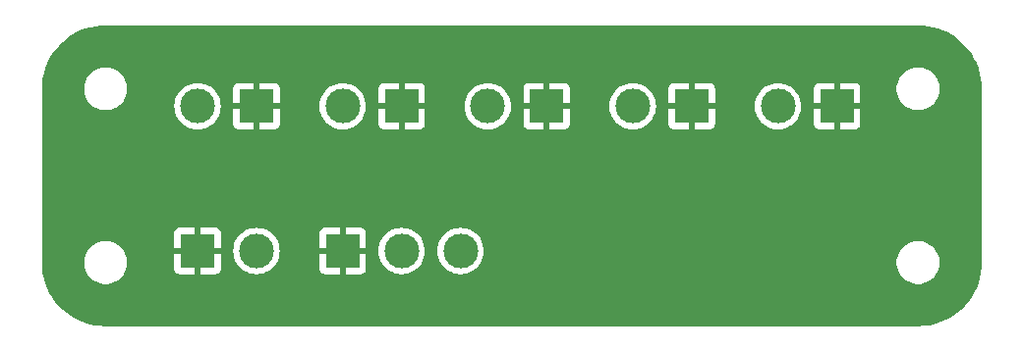
<source format=gbr>
%TF.GenerationSoftware,KiCad,Pcbnew,8.0.1*%
%TF.CreationDate,2024-04-17T01:34:18+02:00*%
%TF.ProjectId,PowerDistributionBoard,506f7765-7244-4697-9374-726962757469,rev?*%
%TF.SameCoordinates,Original*%
%TF.FileFunction,Copper,L2,Bot*%
%TF.FilePolarity,Positive*%
%FSLAX46Y46*%
G04 Gerber Fmt 4.6, Leading zero omitted, Abs format (unit mm)*
G04 Created by KiCad (PCBNEW 8.0.1) date 2024-04-17 01:34:18*
%MOMM*%
%LPD*%
G01*
G04 APERTURE LIST*
%TA.AperFunction,ComponentPad*%
%ADD10R,3.000000X3.000000*%
%TD*%
%TA.AperFunction,ComponentPad*%
%ADD11C,3.000000*%
%TD*%
G04 APERTURE END LIST*
D10*
%TO.P,J7,1,Pin_1*%
%TO.N,GND*%
X147420000Y-50000000D03*
D11*
%TO.P,J7,2,Pin_2*%
%TO.N,+12V*%
X152500000Y-50000000D03*
%TO.P,J7,3,Pin_3*%
X157580000Y-50000000D03*
%TD*%
D10*
%TO.P,J6,1,Pin_1*%
%TO.N,GND*%
X134920000Y-50000000D03*
D11*
%TO.P,J6,2,Pin_2*%
%TO.N,+12V*%
X140000000Y-50000000D03*
%TD*%
D10*
%TO.P,J2,1,Pin_1*%
%TO.N,GND*%
X152500000Y-37500000D03*
D11*
%TO.P,J2,2,Pin_2*%
%TO.N,+12V*%
X147420000Y-37500000D03*
%TD*%
D10*
%TO.P,J1,1,Pin_1*%
%TO.N,GND*%
X140000000Y-37500000D03*
D11*
%TO.P,J1,2,Pin_2*%
%TO.N,+12V*%
X134920000Y-37500000D03*
%TD*%
D10*
%TO.P,J3,1,Pin_1*%
%TO.N,GND*%
X165000000Y-37500000D03*
D11*
%TO.P,J3,2,Pin_2*%
%TO.N,+12V*%
X159920000Y-37500000D03*
%TD*%
D10*
%TO.P,J4,1,Pin_1*%
%TO.N,GND*%
X177500000Y-37500000D03*
D11*
%TO.P,J4,2,Pin_2*%
%TO.N,+12V*%
X172420000Y-37500000D03*
%TD*%
D10*
%TO.P,J5,1,Pin_1*%
%TO.N,GND*%
X190000000Y-37500000D03*
D11*
%TO.P,J5,2,Pin_2*%
%TO.N,+12V*%
X184920000Y-37500000D03*
%TD*%
%TA.AperFunction,Conductor*%
%TO.N,GND*%
G36*
X197002562Y-30500605D02*
G01*
X197449036Y-30519072D01*
X197459209Y-30519915D01*
X197900114Y-30574873D01*
X197910194Y-30576555D01*
X198345042Y-30667733D01*
X198354950Y-30670242D01*
X198780786Y-30797019D01*
X198790454Y-30800338D01*
X199131430Y-30933388D01*
X199204339Y-30961838D01*
X199213724Y-30965954D01*
X199612869Y-31161083D01*
X199621877Y-31165958D01*
X200003544Y-31393383D01*
X200012123Y-31398989D01*
X200373693Y-31657144D01*
X200381775Y-31663435D01*
X200720796Y-31950571D01*
X200728336Y-31957512D01*
X201042487Y-32271663D01*
X201049428Y-32279203D01*
X201336564Y-32618224D01*
X201342859Y-32626312D01*
X201601010Y-32987876D01*
X201606616Y-32996455D01*
X201834041Y-33378122D01*
X201838919Y-33387136D01*
X202034045Y-33786275D01*
X202038161Y-33795660D01*
X202199656Y-34209533D01*
X202202984Y-34219226D01*
X202329753Y-34645036D01*
X202332269Y-34654971D01*
X202423441Y-35089791D01*
X202425128Y-35099900D01*
X202480082Y-35540769D01*
X202480928Y-35550983D01*
X202499394Y-35997437D01*
X202499500Y-36002561D01*
X202499500Y-50997438D01*
X202499394Y-51002562D01*
X202480928Y-51449016D01*
X202480082Y-51459230D01*
X202425128Y-51900099D01*
X202423441Y-51910208D01*
X202332269Y-52345028D01*
X202329753Y-52354963D01*
X202202984Y-52780773D01*
X202199656Y-52790466D01*
X202038161Y-53204339D01*
X202034045Y-53213724D01*
X201838919Y-53612863D01*
X201834041Y-53621877D01*
X201606616Y-54003544D01*
X201601010Y-54012123D01*
X201342859Y-54373687D01*
X201336564Y-54381775D01*
X201049428Y-54720796D01*
X201042487Y-54728336D01*
X200728336Y-55042487D01*
X200720796Y-55049428D01*
X200381775Y-55336564D01*
X200373687Y-55342859D01*
X200012123Y-55601010D01*
X200003544Y-55606616D01*
X199621877Y-55834041D01*
X199612863Y-55838919D01*
X199213724Y-56034045D01*
X199204339Y-56038161D01*
X198790466Y-56199656D01*
X198780773Y-56202984D01*
X198354963Y-56329753D01*
X198345028Y-56332269D01*
X197910208Y-56423441D01*
X197900099Y-56425128D01*
X197459230Y-56480082D01*
X197449016Y-56480928D01*
X197002563Y-56499394D01*
X196997439Y-56499500D01*
X127002561Y-56499500D01*
X126997437Y-56499394D01*
X126550983Y-56480928D01*
X126540769Y-56480082D01*
X126099900Y-56425128D01*
X126089791Y-56423441D01*
X125654971Y-56332269D01*
X125645036Y-56329753D01*
X125219226Y-56202984D01*
X125209533Y-56199656D01*
X124795660Y-56038161D01*
X124786275Y-56034045D01*
X124387136Y-55838919D01*
X124378122Y-55834041D01*
X123996455Y-55606616D01*
X123987876Y-55601010D01*
X123626312Y-55342859D01*
X123618224Y-55336564D01*
X123279203Y-55049428D01*
X123271663Y-55042487D01*
X122957512Y-54728336D01*
X122950571Y-54720796D01*
X122663435Y-54381775D01*
X122657140Y-54373687D01*
X122398989Y-54012123D01*
X122393383Y-54003544D01*
X122165958Y-53621877D01*
X122161080Y-53612863D01*
X121965954Y-53213724D01*
X121961838Y-53204339D01*
X121811414Y-52818838D01*
X121800338Y-52790454D01*
X121797019Y-52780786D01*
X121670242Y-52354950D01*
X121667733Y-52345042D01*
X121576555Y-51910194D01*
X121574873Y-51900114D01*
X121519915Y-51459209D01*
X121519072Y-51449036D01*
X121505516Y-51121288D01*
X125149500Y-51121288D01*
X125181161Y-51361785D01*
X125243947Y-51596104D01*
X125298719Y-51728334D01*
X125336776Y-51820212D01*
X125458064Y-52030289D01*
X125458066Y-52030292D01*
X125458067Y-52030293D01*
X125605733Y-52222736D01*
X125605739Y-52222743D01*
X125777256Y-52394260D01*
X125777262Y-52394265D01*
X125969711Y-52541936D01*
X126179788Y-52663224D01*
X126403900Y-52756054D01*
X126638211Y-52818838D01*
X126818586Y-52842584D01*
X126878711Y-52850500D01*
X126878712Y-52850500D01*
X127121289Y-52850500D01*
X127169388Y-52844167D01*
X127361789Y-52818838D01*
X127596100Y-52756054D01*
X127820212Y-52663224D01*
X128030289Y-52541936D01*
X128222738Y-52394265D01*
X128394265Y-52222738D01*
X128541936Y-52030289D01*
X128663224Y-51820212D01*
X128756054Y-51596100D01*
X128768984Y-51547844D01*
X132920000Y-51547844D01*
X132926401Y-51607372D01*
X132926403Y-51607379D01*
X132976645Y-51742086D01*
X132976649Y-51742093D01*
X133062809Y-51857187D01*
X133062812Y-51857190D01*
X133177906Y-51943350D01*
X133177913Y-51943354D01*
X133312620Y-51993596D01*
X133312627Y-51993598D01*
X133372155Y-51999999D01*
X133372172Y-52000000D01*
X134670000Y-52000000D01*
X134670000Y-50719064D01*
X134698316Y-50730793D01*
X134845147Y-50760000D01*
X134994853Y-50760000D01*
X135141684Y-50730793D01*
X135170000Y-50719064D01*
X135170000Y-52000000D01*
X136467828Y-52000000D01*
X136467844Y-51999999D01*
X136527372Y-51993598D01*
X136527379Y-51993596D01*
X136662086Y-51943354D01*
X136662093Y-51943350D01*
X136777187Y-51857190D01*
X136777190Y-51857187D01*
X136863350Y-51742093D01*
X136863354Y-51742086D01*
X136913596Y-51607379D01*
X136913598Y-51607372D01*
X136919999Y-51547844D01*
X136920000Y-51547827D01*
X136920000Y-50250000D01*
X135639064Y-50250000D01*
X135650793Y-50221684D01*
X135680000Y-50074853D01*
X135680000Y-50000001D01*
X137994390Y-50000001D01*
X138014804Y-50285433D01*
X138075628Y-50565037D01*
X138075630Y-50565043D01*
X138075631Y-50565046D01*
X138137452Y-50730793D01*
X138175635Y-50833166D01*
X138312770Y-51084309D01*
X138312775Y-51084317D01*
X138484254Y-51313387D01*
X138484270Y-51313405D01*
X138686594Y-51515729D01*
X138686612Y-51515745D01*
X138915682Y-51687224D01*
X138915690Y-51687229D01*
X139166833Y-51824364D01*
X139166832Y-51824364D01*
X139166836Y-51824365D01*
X139166839Y-51824367D01*
X139434954Y-51924369D01*
X139434960Y-51924370D01*
X139434962Y-51924371D01*
X139714566Y-51985195D01*
X139714568Y-51985195D01*
X139714572Y-51985196D01*
X139968220Y-52003337D01*
X139999999Y-52005610D01*
X140000000Y-52005610D01*
X140000001Y-52005610D01*
X140028595Y-52003564D01*
X140285428Y-51985196D01*
X140565046Y-51924369D01*
X140833161Y-51824367D01*
X141084315Y-51687226D01*
X141270508Y-51547844D01*
X145420000Y-51547844D01*
X145426401Y-51607372D01*
X145426403Y-51607379D01*
X145476645Y-51742086D01*
X145476649Y-51742093D01*
X145562809Y-51857187D01*
X145562812Y-51857190D01*
X145677906Y-51943350D01*
X145677913Y-51943354D01*
X145812620Y-51993596D01*
X145812627Y-51993598D01*
X145872155Y-51999999D01*
X145872172Y-52000000D01*
X147170000Y-52000000D01*
X147170000Y-50719064D01*
X147198316Y-50730793D01*
X147345147Y-50760000D01*
X147494853Y-50760000D01*
X147641684Y-50730793D01*
X147670000Y-50719064D01*
X147670000Y-52000000D01*
X148967828Y-52000000D01*
X148967844Y-51999999D01*
X149027372Y-51993598D01*
X149027379Y-51993596D01*
X149162086Y-51943354D01*
X149162093Y-51943350D01*
X149277187Y-51857190D01*
X149277190Y-51857187D01*
X149363350Y-51742093D01*
X149363354Y-51742086D01*
X149413596Y-51607379D01*
X149413598Y-51607372D01*
X149419999Y-51547844D01*
X149420000Y-51547827D01*
X149420000Y-50250000D01*
X148139064Y-50250000D01*
X148150793Y-50221684D01*
X148180000Y-50074853D01*
X148180000Y-50000001D01*
X150494390Y-50000001D01*
X150514804Y-50285433D01*
X150575628Y-50565037D01*
X150575630Y-50565043D01*
X150575631Y-50565046D01*
X150637452Y-50730793D01*
X150675635Y-50833166D01*
X150812770Y-51084309D01*
X150812775Y-51084317D01*
X150984254Y-51313387D01*
X150984270Y-51313405D01*
X151186594Y-51515729D01*
X151186612Y-51515745D01*
X151415682Y-51687224D01*
X151415690Y-51687229D01*
X151666833Y-51824364D01*
X151666832Y-51824364D01*
X151666836Y-51824365D01*
X151666839Y-51824367D01*
X151934954Y-51924369D01*
X151934960Y-51924370D01*
X151934962Y-51924371D01*
X152214566Y-51985195D01*
X152214568Y-51985195D01*
X152214572Y-51985196D01*
X152468220Y-52003337D01*
X152499999Y-52005610D01*
X152500000Y-52005610D01*
X152500001Y-52005610D01*
X152528595Y-52003564D01*
X152785428Y-51985196D01*
X153065046Y-51924369D01*
X153333161Y-51824367D01*
X153584315Y-51687226D01*
X153813395Y-51515739D01*
X154015739Y-51313395D01*
X154187226Y-51084315D01*
X154324367Y-50833161D01*
X154424369Y-50565046D01*
X154485196Y-50285428D01*
X154505610Y-50000001D01*
X155574390Y-50000001D01*
X155594804Y-50285433D01*
X155655628Y-50565037D01*
X155655630Y-50565043D01*
X155655631Y-50565046D01*
X155717452Y-50730793D01*
X155755635Y-50833166D01*
X155892770Y-51084309D01*
X155892775Y-51084317D01*
X156064254Y-51313387D01*
X156064270Y-51313405D01*
X156266594Y-51515729D01*
X156266612Y-51515745D01*
X156495682Y-51687224D01*
X156495690Y-51687229D01*
X156746833Y-51824364D01*
X156746832Y-51824364D01*
X156746836Y-51824365D01*
X156746839Y-51824367D01*
X157014954Y-51924369D01*
X157014960Y-51924370D01*
X157014962Y-51924371D01*
X157294566Y-51985195D01*
X157294568Y-51985195D01*
X157294572Y-51985196D01*
X157548220Y-52003337D01*
X157579999Y-52005610D01*
X157580000Y-52005610D01*
X157580001Y-52005610D01*
X157608595Y-52003564D01*
X157865428Y-51985196D01*
X158145046Y-51924369D01*
X158413161Y-51824367D01*
X158664315Y-51687226D01*
X158893395Y-51515739D01*
X159095739Y-51313395D01*
X159239548Y-51121288D01*
X195149500Y-51121288D01*
X195181161Y-51361785D01*
X195243947Y-51596104D01*
X195298719Y-51728334D01*
X195336776Y-51820212D01*
X195458064Y-52030289D01*
X195458066Y-52030292D01*
X195458067Y-52030293D01*
X195605733Y-52222736D01*
X195605739Y-52222743D01*
X195777256Y-52394260D01*
X195777262Y-52394265D01*
X195969711Y-52541936D01*
X196179788Y-52663224D01*
X196403900Y-52756054D01*
X196638211Y-52818838D01*
X196818586Y-52842584D01*
X196878711Y-52850500D01*
X196878712Y-52850500D01*
X197121289Y-52850500D01*
X197169388Y-52844167D01*
X197361789Y-52818838D01*
X197596100Y-52756054D01*
X197820212Y-52663224D01*
X198030289Y-52541936D01*
X198222738Y-52394265D01*
X198394265Y-52222738D01*
X198541936Y-52030289D01*
X198663224Y-51820212D01*
X198756054Y-51596100D01*
X198818838Y-51361789D01*
X198850500Y-51121288D01*
X198850500Y-50878712D01*
X198818838Y-50638211D01*
X198756054Y-50403900D01*
X198663224Y-50179788D01*
X198541936Y-49969711D01*
X198394265Y-49777262D01*
X198394260Y-49777256D01*
X198222743Y-49605739D01*
X198222736Y-49605733D01*
X198030293Y-49458067D01*
X198030292Y-49458066D01*
X198030289Y-49458064D01*
X197820212Y-49336776D01*
X197820205Y-49336773D01*
X197596104Y-49243947D01*
X197361785Y-49181161D01*
X197121289Y-49149500D01*
X197121288Y-49149500D01*
X196878712Y-49149500D01*
X196878711Y-49149500D01*
X196638214Y-49181161D01*
X196403895Y-49243947D01*
X196179794Y-49336773D01*
X196179785Y-49336777D01*
X195969706Y-49458067D01*
X195777263Y-49605733D01*
X195777256Y-49605739D01*
X195605739Y-49777256D01*
X195605733Y-49777263D01*
X195458067Y-49969706D01*
X195336777Y-50179785D01*
X195336773Y-50179794D01*
X195243947Y-50403895D01*
X195181161Y-50638214D01*
X195149500Y-50878711D01*
X195149500Y-51121288D01*
X159239548Y-51121288D01*
X159267226Y-51084315D01*
X159404367Y-50833161D01*
X159504369Y-50565046D01*
X159565196Y-50285428D01*
X159585610Y-50000000D01*
X159565196Y-49714572D01*
X159509396Y-49458064D01*
X159504371Y-49434962D01*
X159504370Y-49434960D01*
X159504369Y-49434954D01*
X159404367Y-49166839D01*
X159267226Y-48915685D01*
X159267224Y-48915682D01*
X159095745Y-48686612D01*
X159095729Y-48686594D01*
X158893405Y-48484270D01*
X158893387Y-48484254D01*
X158664317Y-48312775D01*
X158664309Y-48312770D01*
X158413166Y-48175635D01*
X158413167Y-48175635D01*
X158305915Y-48135632D01*
X158145046Y-48075631D01*
X158145043Y-48075630D01*
X158145037Y-48075628D01*
X157865433Y-48014804D01*
X157580001Y-47994390D01*
X157579999Y-47994390D01*
X157294566Y-48014804D01*
X157014962Y-48075628D01*
X156746833Y-48175635D01*
X156495690Y-48312770D01*
X156495682Y-48312775D01*
X156266612Y-48484254D01*
X156266594Y-48484270D01*
X156064270Y-48686594D01*
X156064254Y-48686612D01*
X155892775Y-48915682D01*
X155892770Y-48915690D01*
X155755635Y-49166833D01*
X155655628Y-49434962D01*
X155594804Y-49714566D01*
X155574390Y-49999998D01*
X155574390Y-50000001D01*
X154505610Y-50000001D01*
X154505610Y-50000000D01*
X154485196Y-49714572D01*
X154429396Y-49458064D01*
X154424371Y-49434962D01*
X154424370Y-49434960D01*
X154424369Y-49434954D01*
X154324367Y-49166839D01*
X154187226Y-48915685D01*
X154187224Y-48915682D01*
X154015745Y-48686612D01*
X154015729Y-48686594D01*
X153813405Y-48484270D01*
X153813387Y-48484254D01*
X153584317Y-48312775D01*
X153584309Y-48312770D01*
X153333166Y-48175635D01*
X153333167Y-48175635D01*
X153225915Y-48135632D01*
X153065046Y-48075631D01*
X153065043Y-48075630D01*
X153065037Y-48075628D01*
X152785433Y-48014804D01*
X152500001Y-47994390D01*
X152499999Y-47994390D01*
X152214566Y-48014804D01*
X151934962Y-48075628D01*
X151666833Y-48175635D01*
X151415690Y-48312770D01*
X151415682Y-48312775D01*
X151186612Y-48484254D01*
X151186594Y-48484270D01*
X150984270Y-48686594D01*
X150984254Y-48686612D01*
X150812775Y-48915682D01*
X150812770Y-48915690D01*
X150675635Y-49166833D01*
X150575628Y-49434962D01*
X150514804Y-49714566D01*
X150494390Y-49999998D01*
X150494390Y-50000001D01*
X148180000Y-50000001D01*
X148180000Y-49925147D01*
X148150793Y-49778316D01*
X148139064Y-49750000D01*
X149420000Y-49750000D01*
X149420000Y-48452172D01*
X149419999Y-48452155D01*
X149413598Y-48392627D01*
X149413596Y-48392620D01*
X149363354Y-48257913D01*
X149363350Y-48257906D01*
X149277190Y-48142812D01*
X149277187Y-48142809D01*
X149162093Y-48056649D01*
X149162086Y-48056645D01*
X149027379Y-48006403D01*
X149027372Y-48006401D01*
X148967844Y-48000000D01*
X147670000Y-48000000D01*
X147670000Y-49280935D01*
X147641684Y-49269207D01*
X147494853Y-49240000D01*
X147345147Y-49240000D01*
X147198316Y-49269207D01*
X147170000Y-49280935D01*
X147170000Y-48000000D01*
X145872155Y-48000000D01*
X145812627Y-48006401D01*
X145812620Y-48006403D01*
X145677913Y-48056645D01*
X145677906Y-48056649D01*
X145562812Y-48142809D01*
X145562809Y-48142812D01*
X145476649Y-48257906D01*
X145476645Y-48257913D01*
X145426403Y-48392620D01*
X145426401Y-48392627D01*
X145420000Y-48452155D01*
X145420000Y-49750000D01*
X146700936Y-49750000D01*
X146689207Y-49778316D01*
X146660000Y-49925147D01*
X146660000Y-50074853D01*
X146689207Y-50221684D01*
X146700936Y-50250000D01*
X145420000Y-50250000D01*
X145420000Y-51547844D01*
X141270508Y-51547844D01*
X141313395Y-51515739D01*
X141515739Y-51313395D01*
X141687226Y-51084315D01*
X141824367Y-50833161D01*
X141924369Y-50565046D01*
X141985196Y-50285428D01*
X142005610Y-50000000D01*
X141985196Y-49714572D01*
X141929396Y-49458064D01*
X141924371Y-49434962D01*
X141924370Y-49434960D01*
X141924369Y-49434954D01*
X141824367Y-49166839D01*
X141687226Y-48915685D01*
X141687224Y-48915682D01*
X141515745Y-48686612D01*
X141515729Y-48686594D01*
X141313405Y-48484270D01*
X141313387Y-48484254D01*
X141084317Y-48312775D01*
X141084309Y-48312770D01*
X140833166Y-48175635D01*
X140833167Y-48175635D01*
X140725915Y-48135632D01*
X140565046Y-48075631D01*
X140565043Y-48075630D01*
X140565037Y-48075628D01*
X140285433Y-48014804D01*
X140000001Y-47994390D01*
X139999999Y-47994390D01*
X139714566Y-48014804D01*
X139434962Y-48075628D01*
X139166833Y-48175635D01*
X138915690Y-48312770D01*
X138915682Y-48312775D01*
X138686612Y-48484254D01*
X138686594Y-48484270D01*
X138484270Y-48686594D01*
X138484254Y-48686612D01*
X138312775Y-48915682D01*
X138312770Y-48915690D01*
X138175635Y-49166833D01*
X138075628Y-49434962D01*
X138014804Y-49714566D01*
X137994390Y-49999998D01*
X137994390Y-50000001D01*
X135680000Y-50000001D01*
X135680000Y-49925147D01*
X135650793Y-49778316D01*
X135639064Y-49750000D01*
X136920000Y-49750000D01*
X136920000Y-48452172D01*
X136919999Y-48452155D01*
X136913598Y-48392627D01*
X136913596Y-48392620D01*
X136863354Y-48257913D01*
X136863350Y-48257906D01*
X136777190Y-48142812D01*
X136777187Y-48142809D01*
X136662093Y-48056649D01*
X136662086Y-48056645D01*
X136527379Y-48006403D01*
X136527372Y-48006401D01*
X136467844Y-48000000D01*
X135170000Y-48000000D01*
X135170000Y-49280935D01*
X135141684Y-49269207D01*
X134994853Y-49240000D01*
X134845147Y-49240000D01*
X134698316Y-49269207D01*
X134670000Y-49280935D01*
X134670000Y-48000000D01*
X133372155Y-48000000D01*
X133312627Y-48006401D01*
X133312620Y-48006403D01*
X133177913Y-48056645D01*
X133177906Y-48056649D01*
X133062812Y-48142809D01*
X133062809Y-48142812D01*
X132976649Y-48257906D01*
X132976645Y-48257913D01*
X132926403Y-48392620D01*
X132926401Y-48392627D01*
X132920000Y-48452155D01*
X132920000Y-49750000D01*
X134200936Y-49750000D01*
X134189207Y-49778316D01*
X134160000Y-49925147D01*
X134160000Y-50074853D01*
X134189207Y-50221684D01*
X134200936Y-50250000D01*
X132920000Y-50250000D01*
X132920000Y-51547844D01*
X128768984Y-51547844D01*
X128818838Y-51361789D01*
X128850500Y-51121288D01*
X128850500Y-50878712D01*
X128818838Y-50638211D01*
X128756054Y-50403900D01*
X128663224Y-50179788D01*
X128541936Y-49969711D01*
X128394265Y-49777262D01*
X128394260Y-49777256D01*
X128222743Y-49605739D01*
X128222736Y-49605733D01*
X128030293Y-49458067D01*
X128030292Y-49458066D01*
X128030289Y-49458064D01*
X127820212Y-49336776D01*
X127820205Y-49336773D01*
X127596104Y-49243947D01*
X127361785Y-49181161D01*
X127121289Y-49149500D01*
X127121288Y-49149500D01*
X126878712Y-49149500D01*
X126878711Y-49149500D01*
X126638214Y-49181161D01*
X126403895Y-49243947D01*
X126179794Y-49336773D01*
X126179785Y-49336777D01*
X125969706Y-49458067D01*
X125777263Y-49605733D01*
X125777256Y-49605739D01*
X125605739Y-49777256D01*
X125605733Y-49777263D01*
X125458067Y-49969706D01*
X125336777Y-50179785D01*
X125336773Y-50179794D01*
X125243947Y-50403895D01*
X125181161Y-50638214D01*
X125149500Y-50878711D01*
X125149500Y-51121288D01*
X121505516Y-51121288D01*
X121500606Y-51002562D01*
X121500500Y-50997438D01*
X121500500Y-36121288D01*
X125149500Y-36121288D01*
X125181161Y-36361785D01*
X125243947Y-36596104D01*
X125303551Y-36740000D01*
X125336776Y-36820212D01*
X125458064Y-37030289D01*
X125458066Y-37030292D01*
X125458067Y-37030293D01*
X125605733Y-37222736D01*
X125605739Y-37222743D01*
X125777256Y-37394260D01*
X125777262Y-37394265D01*
X125969711Y-37541936D01*
X126179788Y-37663224D01*
X126403900Y-37756054D01*
X126638211Y-37818838D01*
X126818586Y-37842584D01*
X126878711Y-37850500D01*
X126878712Y-37850500D01*
X127121289Y-37850500D01*
X127169388Y-37844167D01*
X127361789Y-37818838D01*
X127596100Y-37756054D01*
X127820212Y-37663224D01*
X128030289Y-37541936D01*
X128084940Y-37500001D01*
X132914390Y-37500001D01*
X132934804Y-37785433D01*
X132995628Y-38065037D01*
X132995630Y-38065043D01*
X132995631Y-38065046D01*
X133057452Y-38230793D01*
X133095635Y-38333166D01*
X133232770Y-38584309D01*
X133232775Y-38584317D01*
X133404254Y-38813387D01*
X133404270Y-38813405D01*
X133606594Y-39015729D01*
X133606612Y-39015745D01*
X133835682Y-39187224D01*
X133835690Y-39187229D01*
X134086833Y-39324364D01*
X134086832Y-39324364D01*
X134086836Y-39324365D01*
X134086839Y-39324367D01*
X134354954Y-39424369D01*
X134354960Y-39424370D01*
X134354962Y-39424371D01*
X134634566Y-39485195D01*
X134634568Y-39485195D01*
X134634572Y-39485196D01*
X134888220Y-39503337D01*
X134919999Y-39505610D01*
X134920000Y-39505610D01*
X134920001Y-39505610D01*
X134948595Y-39503564D01*
X135205428Y-39485196D01*
X135485046Y-39424369D01*
X135753161Y-39324367D01*
X136004315Y-39187226D01*
X136190508Y-39047844D01*
X138000000Y-39047844D01*
X138006401Y-39107372D01*
X138006403Y-39107379D01*
X138056645Y-39242086D01*
X138056649Y-39242093D01*
X138142809Y-39357187D01*
X138142812Y-39357190D01*
X138257906Y-39443350D01*
X138257913Y-39443354D01*
X138392620Y-39493596D01*
X138392627Y-39493598D01*
X138452155Y-39499999D01*
X138452172Y-39500000D01*
X139750000Y-39500000D01*
X139750000Y-38219064D01*
X139778316Y-38230793D01*
X139925147Y-38260000D01*
X140074853Y-38260000D01*
X140221684Y-38230793D01*
X140250000Y-38219064D01*
X140250000Y-39500000D01*
X141547828Y-39500000D01*
X141547844Y-39499999D01*
X141607372Y-39493598D01*
X141607379Y-39493596D01*
X141742086Y-39443354D01*
X141742093Y-39443350D01*
X141857187Y-39357190D01*
X141857190Y-39357187D01*
X141943350Y-39242093D01*
X141943354Y-39242086D01*
X141993596Y-39107379D01*
X141993598Y-39107372D01*
X141999999Y-39047844D01*
X142000000Y-39047827D01*
X142000000Y-37750000D01*
X140719064Y-37750000D01*
X140730793Y-37721684D01*
X140760000Y-37574853D01*
X140760000Y-37500001D01*
X145414390Y-37500001D01*
X145434804Y-37785433D01*
X145495628Y-38065037D01*
X145495630Y-38065043D01*
X145495631Y-38065046D01*
X145557452Y-38230793D01*
X145595635Y-38333166D01*
X145732770Y-38584309D01*
X145732775Y-38584317D01*
X145904254Y-38813387D01*
X145904270Y-38813405D01*
X146106594Y-39015729D01*
X146106612Y-39015745D01*
X146335682Y-39187224D01*
X146335690Y-39187229D01*
X146586833Y-39324364D01*
X146586832Y-39324364D01*
X146586836Y-39324365D01*
X146586839Y-39324367D01*
X146854954Y-39424369D01*
X146854960Y-39424370D01*
X146854962Y-39424371D01*
X147134566Y-39485195D01*
X147134568Y-39485195D01*
X147134572Y-39485196D01*
X147388220Y-39503337D01*
X147419999Y-39505610D01*
X147420000Y-39505610D01*
X147420001Y-39505610D01*
X147448595Y-39503564D01*
X147705428Y-39485196D01*
X147985046Y-39424369D01*
X148253161Y-39324367D01*
X148504315Y-39187226D01*
X148690508Y-39047844D01*
X150500000Y-39047844D01*
X150506401Y-39107372D01*
X150506403Y-39107379D01*
X150556645Y-39242086D01*
X150556649Y-39242093D01*
X150642809Y-39357187D01*
X150642812Y-39357190D01*
X150757906Y-39443350D01*
X150757913Y-39443354D01*
X150892620Y-39493596D01*
X150892627Y-39493598D01*
X150952155Y-39499999D01*
X150952172Y-39500000D01*
X152250000Y-39500000D01*
X152250000Y-38219064D01*
X152278316Y-38230793D01*
X152425147Y-38260000D01*
X152574853Y-38260000D01*
X152721684Y-38230793D01*
X152750000Y-38219064D01*
X152750000Y-39500000D01*
X154047828Y-39500000D01*
X154047844Y-39499999D01*
X154107372Y-39493598D01*
X154107379Y-39493596D01*
X154242086Y-39443354D01*
X154242093Y-39443350D01*
X154357187Y-39357190D01*
X154357190Y-39357187D01*
X154443350Y-39242093D01*
X154443354Y-39242086D01*
X154493596Y-39107379D01*
X154493598Y-39107372D01*
X154499999Y-39047844D01*
X154500000Y-39047827D01*
X154500000Y-37750000D01*
X153219064Y-37750000D01*
X153230793Y-37721684D01*
X153260000Y-37574853D01*
X153260000Y-37500001D01*
X157914390Y-37500001D01*
X157934804Y-37785433D01*
X157995628Y-38065037D01*
X157995630Y-38065043D01*
X157995631Y-38065046D01*
X158057452Y-38230793D01*
X158095635Y-38333166D01*
X158232770Y-38584309D01*
X158232775Y-38584317D01*
X158404254Y-38813387D01*
X158404270Y-38813405D01*
X158606594Y-39015729D01*
X158606612Y-39015745D01*
X158835682Y-39187224D01*
X158835690Y-39187229D01*
X159086833Y-39324364D01*
X159086832Y-39324364D01*
X159086836Y-39324365D01*
X159086839Y-39324367D01*
X159354954Y-39424369D01*
X159354960Y-39424370D01*
X159354962Y-39424371D01*
X159634566Y-39485195D01*
X159634568Y-39485195D01*
X159634572Y-39485196D01*
X159888220Y-39503337D01*
X159919999Y-39505610D01*
X159920000Y-39505610D01*
X159920001Y-39505610D01*
X159948595Y-39503564D01*
X160205428Y-39485196D01*
X160485046Y-39424369D01*
X160753161Y-39324367D01*
X161004315Y-39187226D01*
X161190508Y-39047844D01*
X163000000Y-39047844D01*
X163006401Y-39107372D01*
X163006403Y-39107379D01*
X163056645Y-39242086D01*
X163056649Y-39242093D01*
X163142809Y-39357187D01*
X163142812Y-39357190D01*
X163257906Y-39443350D01*
X163257913Y-39443354D01*
X163392620Y-39493596D01*
X163392627Y-39493598D01*
X163452155Y-39499999D01*
X163452172Y-39500000D01*
X164750000Y-39500000D01*
X164750000Y-38219064D01*
X164778316Y-38230793D01*
X164925147Y-38260000D01*
X165074853Y-38260000D01*
X165221684Y-38230793D01*
X165250000Y-38219064D01*
X165250000Y-39500000D01*
X166547828Y-39500000D01*
X166547844Y-39499999D01*
X166607372Y-39493598D01*
X166607379Y-39493596D01*
X166742086Y-39443354D01*
X166742093Y-39443350D01*
X166857187Y-39357190D01*
X166857190Y-39357187D01*
X166943350Y-39242093D01*
X166943354Y-39242086D01*
X166993596Y-39107379D01*
X166993598Y-39107372D01*
X166999999Y-39047844D01*
X167000000Y-39047827D01*
X167000000Y-37750000D01*
X165719064Y-37750000D01*
X165730793Y-37721684D01*
X165760000Y-37574853D01*
X165760000Y-37500001D01*
X170414390Y-37500001D01*
X170434804Y-37785433D01*
X170495628Y-38065037D01*
X170495630Y-38065043D01*
X170495631Y-38065046D01*
X170557452Y-38230793D01*
X170595635Y-38333166D01*
X170732770Y-38584309D01*
X170732775Y-38584317D01*
X170904254Y-38813387D01*
X170904270Y-38813405D01*
X171106594Y-39015729D01*
X171106612Y-39015745D01*
X171335682Y-39187224D01*
X171335690Y-39187229D01*
X171586833Y-39324364D01*
X171586832Y-39324364D01*
X171586836Y-39324365D01*
X171586839Y-39324367D01*
X171854954Y-39424369D01*
X171854960Y-39424370D01*
X171854962Y-39424371D01*
X172134566Y-39485195D01*
X172134568Y-39485195D01*
X172134572Y-39485196D01*
X172388220Y-39503337D01*
X172419999Y-39505610D01*
X172420000Y-39505610D01*
X172420001Y-39505610D01*
X172448595Y-39503564D01*
X172705428Y-39485196D01*
X172985046Y-39424369D01*
X173253161Y-39324367D01*
X173504315Y-39187226D01*
X173690508Y-39047844D01*
X175500000Y-39047844D01*
X175506401Y-39107372D01*
X175506403Y-39107379D01*
X175556645Y-39242086D01*
X175556649Y-39242093D01*
X175642809Y-39357187D01*
X175642812Y-39357190D01*
X175757906Y-39443350D01*
X175757913Y-39443354D01*
X175892620Y-39493596D01*
X175892627Y-39493598D01*
X175952155Y-39499999D01*
X175952172Y-39500000D01*
X177250000Y-39500000D01*
X177250000Y-38219064D01*
X177278316Y-38230793D01*
X177425147Y-38260000D01*
X177574853Y-38260000D01*
X177721684Y-38230793D01*
X177750000Y-38219064D01*
X177750000Y-39500000D01*
X179047828Y-39500000D01*
X179047844Y-39499999D01*
X179107372Y-39493598D01*
X179107379Y-39493596D01*
X179242086Y-39443354D01*
X179242093Y-39443350D01*
X179357187Y-39357190D01*
X179357190Y-39357187D01*
X179443350Y-39242093D01*
X179443354Y-39242086D01*
X179493596Y-39107379D01*
X179493598Y-39107372D01*
X179499999Y-39047844D01*
X179500000Y-39047827D01*
X179500000Y-37750000D01*
X178219064Y-37750000D01*
X178230793Y-37721684D01*
X178260000Y-37574853D01*
X178260000Y-37500001D01*
X182914390Y-37500001D01*
X182934804Y-37785433D01*
X182995628Y-38065037D01*
X182995630Y-38065043D01*
X182995631Y-38065046D01*
X183057452Y-38230793D01*
X183095635Y-38333166D01*
X183232770Y-38584309D01*
X183232775Y-38584317D01*
X183404254Y-38813387D01*
X183404270Y-38813405D01*
X183606594Y-39015729D01*
X183606612Y-39015745D01*
X183835682Y-39187224D01*
X183835690Y-39187229D01*
X184086833Y-39324364D01*
X184086832Y-39324364D01*
X184086836Y-39324365D01*
X184086839Y-39324367D01*
X184354954Y-39424369D01*
X184354960Y-39424370D01*
X184354962Y-39424371D01*
X184634566Y-39485195D01*
X184634568Y-39485195D01*
X184634572Y-39485196D01*
X184888220Y-39503337D01*
X184919999Y-39505610D01*
X184920000Y-39505610D01*
X184920001Y-39505610D01*
X184948595Y-39503564D01*
X185205428Y-39485196D01*
X185485046Y-39424369D01*
X185753161Y-39324367D01*
X186004315Y-39187226D01*
X186190508Y-39047844D01*
X188000000Y-39047844D01*
X188006401Y-39107372D01*
X188006403Y-39107379D01*
X188056645Y-39242086D01*
X188056649Y-39242093D01*
X188142809Y-39357187D01*
X188142812Y-39357190D01*
X188257906Y-39443350D01*
X188257913Y-39443354D01*
X188392620Y-39493596D01*
X188392627Y-39493598D01*
X188452155Y-39499999D01*
X188452172Y-39500000D01*
X189750000Y-39500000D01*
X189750000Y-38219064D01*
X189778316Y-38230793D01*
X189925147Y-38260000D01*
X190074853Y-38260000D01*
X190221684Y-38230793D01*
X190250000Y-38219064D01*
X190250000Y-39500000D01*
X191547828Y-39500000D01*
X191547844Y-39499999D01*
X191607372Y-39493598D01*
X191607379Y-39493596D01*
X191742086Y-39443354D01*
X191742093Y-39443350D01*
X191857187Y-39357190D01*
X191857190Y-39357187D01*
X191943350Y-39242093D01*
X191943354Y-39242086D01*
X191993596Y-39107379D01*
X191993598Y-39107372D01*
X191999999Y-39047844D01*
X192000000Y-39047827D01*
X192000000Y-37750000D01*
X190719064Y-37750000D01*
X190730793Y-37721684D01*
X190760000Y-37574853D01*
X190760000Y-37425147D01*
X190730793Y-37278316D01*
X190719064Y-37250000D01*
X192000000Y-37250000D01*
X192000000Y-36121288D01*
X195149500Y-36121288D01*
X195181161Y-36361785D01*
X195243947Y-36596104D01*
X195303551Y-36740000D01*
X195336776Y-36820212D01*
X195458064Y-37030289D01*
X195458066Y-37030292D01*
X195458067Y-37030293D01*
X195605733Y-37222736D01*
X195605739Y-37222743D01*
X195777256Y-37394260D01*
X195777262Y-37394265D01*
X195969711Y-37541936D01*
X196179788Y-37663224D01*
X196403900Y-37756054D01*
X196638211Y-37818838D01*
X196818586Y-37842584D01*
X196878711Y-37850500D01*
X196878712Y-37850500D01*
X197121289Y-37850500D01*
X197169388Y-37844167D01*
X197361789Y-37818838D01*
X197596100Y-37756054D01*
X197820212Y-37663224D01*
X198030289Y-37541936D01*
X198222738Y-37394265D01*
X198394265Y-37222738D01*
X198541936Y-37030289D01*
X198663224Y-36820212D01*
X198756054Y-36596100D01*
X198818838Y-36361789D01*
X198850500Y-36121288D01*
X198850500Y-35878712D01*
X198818838Y-35638211D01*
X198756054Y-35403900D01*
X198663224Y-35179788D01*
X198541936Y-34969711D01*
X198394265Y-34777262D01*
X198394260Y-34777256D01*
X198222743Y-34605739D01*
X198222736Y-34605733D01*
X198030293Y-34458067D01*
X198030292Y-34458066D01*
X198030289Y-34458064D01*
X197820212Y-34336776D01*
X197820205Y-34336773D01*
X197596104Y-34243947D01*
X197361785Y-34181161D01*
X197121289Y-34149500D01*
X197121288Y-34149500D01*
X196878712Y-34149500D01*
X196878711Y-34149500D01*
X196638214Y-34181161D01*
X196403895Y-34243947D01*
X196179794Y-34336773D01*
X196179785Y-34336777D01*
X195969706Y-34458067D01*
X195777263Y-34605733D01*
X195777256Y-34605739D01*
X195605739Y-34777256D01*
X195605733Y-34777263D01*
X195458067Y-34969706D01*
X195336777Y-35179785D01*
X195336773Y-35179794D01*
X195243947Y-35403895D01*
X195181161Y-35638214D01*
X195149500Y-35878711D01*
X195149500Y-36121288D01*
X192000000Y-36121288D01*
X192000000Y-35952172D01*
X191999999Y-35952155D01*
X191993598Y-35892627D01*
X191993596Y-35892620D01*
X191943354Y-35757913D01*
X191943350Y-35757906D01*
X191857190Y-35642812D01*
X191857187Y-35642809D01*
X191742093Y-35556649D01*
X191742086Y-35556645D01*
X191607379Y-35506403D01*
X191607372Y-35506401D01*
X191547844Y-35500000D01*
X190250000Y-35500000D01*
X190250000Y-36780935D01*
X190221684Y-36769207D01*
X190074853Y-36740000D01*
X189925147Y-36740000D01*
X189778316Y-36769207D01*
X189750000Y-36780935D01*
X189750000Y-35500000D01*
X188452155Y-35500000D01*
X188392627Y-35506401D01*
X188392620Y-35506403D01*
X188257913Y-35556645D01*
X188257906Y-35556649D01*
X188142812Y-35642809D01*
X188142809Y-35642812D01*
X188056649Y-35757906D01*
X188056645Y-35757913D01*
X188006403Y-35892620D01*
X188006401Y-35892627D01*
X188000000Y-35952155D01*
X188000000Y-37250000D01*
X189280936Y-37250000D01*
X189269207Y-37278316D01*
X189240000Y-37425147D01*
X189240000Y-37574853D01*
X189269207Y-37721684D01*
X189280936Y-37750000D01*
X188000000Y-37750000D01*
X188000000Y-39047844D01*
X186190508Y-39047844D01*
X186233395Y-39015739D01*
X186435739Y-38813395D01*
X186607226Y-38584315D01*
X186744367Y-38333161D01*
X186844369Y-38065046D01*
X186888975Y-37859995D01*
X186905195Y-37785433D01*
X186905195Y-37785432D01*
X186905196Y-37785428D01*
X186925610Y-37500000D01*
X186905196Y-37214572D01*
X186844369Y-36934954D01*
X186744367Y-36666839D01*
X186705740Y-36596100D01*
X186607229Y-36415690D01*
X186607224Y-36415682D01*
X186435745Y-36186612D01*
X186435729Y-36186594D01*
X186233405Y-35984270D01*
X186233387Y-35984254D01*
X186004317Y-35812775D01*
X186004309Y-35812770D01*
X185753166Y-35675635D01*
X185753167Y-35675635D01*
X185645915Y-35635632D01*
X185485046Y-35575631D01*
X185485043Y-35575630D01*
X185485037Y-35575628D01*
X185205433Y-35514804D01*
X184920001Y-35494390D01*
X184919999Y-35494390D01*
X184634566Y-35514804D01*
X184354962Y-35575628D01*
X184086833Y-35675635D01*
X183835690Y-35812770D01*
X183835682Y-35812775D01*
X183606612Y-35984254D01*
X183606594Y-35984270D01*
X183404270Y-36186594D01*
X183404254Y-36186612D01*
X183232775Y-36415682D01*
X183232770Y-36415690D01*
X183095635Y-36666833D01*
X182995628Y-36934962D01*
X182934804Y-37214566D01*
X182914390Y-37499998D01*
X182914390Y-37500001D01*
X178260000Y-37500001D01*
X178260000Y-37425147D01*
X178230793Y-37278316D01*
X178219064Y-37250000D01*
X179500000Y-37250000D01*
X179500000Y-35952172D01*
X179499999Y-35952155D01*
X179493598Y-35892627D01*
X179493596Y-35892620D01*
X179443354Y-35757913D01*
X179443350Y-35757906D01*
X179357190Y-35642812D01*
X179357187Y-35642809D01*
X179242093Y-35556649D01*
X179242086Y-35556645D01*
X179107379Y-35506403D01*
X179107372Y-35506401D01*
X179047844Y-35500000D01*
X177750000Y-35500000D01*
X177750000Y-36780935D01*
X177721684Y-36769207D01*
X177574853Y-36740000D01*
X177425147Y-36740000D01*
X177278316Y-36769207D01*
X177250000Y-36780935D01*
X177250000Y-35500000D01*
X175952155Y-35500000D01*
X175892627Y-35506401D01*
X175892620Y-35506403D01*
X175757913Y-35556645D01*
X175757906Y-35556649D01*
X175642812Y-35642809D01*
X175642809Y-35642812D01*
X175556649Y-35757906D01*
X175556645Y-35757913D01*
X175506403Y-35892620D01*
X175506401Y-35892627D01*
X175500000Y-35952155D01*
X175500000Y-37250000D01*
X176780936Y-37250000D01*
X176769207Y-37278316D01*
X176740000Y-37425147D01*
X176740000Y-37574853D01*
X176769207Y-37721684D01*
X176780936Y-37750000D01*
X175500000Y-37750000D01*
X175500000Y-39047844D01*
X173690508Y-39047844D01*
X173733395Y-39015739D01*
X173935739Y-38813395D01*
X174107226Y-38584315D01*
X174244367Y-38333161D01*
X174344369Y-38065046D01*
X174388975Y-37859995D01*
X174405195Y-37785433D01*
X174405195Y-37785432D01*
X174405196Y-37785428D01*
X174425610Y-37500000D01*
X174405196Y-37214572D01*
X174344369Y-36934954D01*
X174244367Y-36666839D01*
X174205740Y-36596100D01*
X174107229Y-36415690D01*
X174107224Y-36415682D01*
X173935745Y-36186612D01*
X173935729Y-36186594D01*
X173733405Y-35984270D01*
X173733387Y-35984254D01*
X173504317Y-35812775D01*
X173504309Y-35812770D01*
X173253166Y-35675635D01*
X173253167Y-35675635D01*
X173145915Y-35635632D01*
X172985046Y-35575631D01*
X172985043Y-35575630D01*
X172985037Y-35575628D01*
X172705433Y-35514804D01*
X172420001Y-35494390D01*
X172419999Y-35494390D01*
X172134566Y-35514804D01*
X171854962Y-35575628D01*
X171586833Y-35675635D01*
X171335690Y-35812770D01*
X171335682Y-35812775D01*
X171106612Y-35984254D01*
X171106594Y-35984270D01*
X170904270Y-36186594D01*
X170904254Y-36186612D01*
X170732775Y-36415682D01*
X170732770Y-36415690D01*
X170595635Y-36666833D01*
X170495628Y-36934962D01*
X170434804Y-37214566D01*
X170414390Y-37499998D01*
X170414390Y-37500001D01*
X165760000Y-37500001D01*
X165760000Y-37425147D01*
X165730793Y-37278316D01*
X165719064Y-37250000D01*
X167000000Y-37250000D01*
X167000000Y-35952172D01*
X166999999Y-35952155D01*
X166993598Y-35892627D01*
X166993596Y-35892620D01*
X166943354Y-35757913D01*
X166943350Y-35757906D01*
X166857190Y-35642812D01*
X166857187Y-35642809D01*
X166742093Y-35556649D01*
X166742086Y-35556645D01*
X166607379Y-35506403D01*
X166607372Y-35506401D01*
X166547844Y-35500000D01*
X165250000Y-35500000D01*
X165250000Y-36780935D01*
X165221684Y-36769207D01*
X165074853Y-36740000D01*
X164925147Y-36740000D01*
X164778316Y-36769207D01*
X164750000Y-36780935D01*
X164750000Y-35500000D01*
X163452155Y-35500000D01*
X163392627Y-35506401D01*
X163392620Y-35506403D01*
X163257913Y-35556645D01*
X163257906Y-35556649D01*
X163142812Y-35642809D01*
X163142809Y-35642812D01*
X163056649Y-35757906D01*
X163056645Y-35757913D01*
X163006403Y-35892620D01*
X163006401Y-35892627D01*
X163000000Y-35952155D01*
X163000000Y-37250000D01*
X164280936Y-37250000D01*
X164269207Y-37278316D01*
X164240000Y-37425147D01*
X164240000Y-37574853D01*
X164269207Y-37721684D01*
X164280936Y-37750000D01*
X163000000Y-37750000D01*
X163000000Y-39047844D01*
X161190508Y-39047844D01*
X161233395Y-39015739D01*
X161435739Y-38813395D01*
X161607226Y-38584315D01*
X161744367Y-38333161D01*
X161844369Y-38065046D01*
X161888975Y-37859995D01*
X161905195Y-37785433D01*
X161905195Y-37785432D01*
X161905196Y-37785428D01*
X161925610Y-37500000D01*
X161905196Y-37214572D01*
X161844369Y-36934954D01*
X161744367Y-36666839D01*
X161705740Y-36596100D01*
X161607229Y-36415690D01*
X161607224Y-36415682D01*
X161435745Y-36186612D01*
X161435729Y-36186594D01*
X161233405Y-35984270D01*
X161233387Y-35984254D01*
X161004317Y-35812775D01*
X161004309Y-35812770D01*
X160753166Y-35675635D01*
X160753167Y-35675635D01*
X160645915Y-35635632D01*
X160485046Y-35575631D01*
X160485043Y-35575630D01*
X160485037Y-35575628D01*
X160205433Y-35514804D01*
X159920001Y-35494390D01*
X159919999Y-35494390D01*
X159634566Y-35514804D01*
X159354962Y-35575628D01*
X159086833Y-35675635D01*
X158835690Y-35812770D01*
X158835682Y-35812775D01*
X158606612Y-35984254D01*
X158606594Y-35984270D01*
X158404270Y-36186594D01*
X158404254Y-36186612D01*
X158232775Y-36415682D01*
X158232770Y-36415690D01*
X158095635Y-36666833D01*
X157995628Y-36934962D01*
X157934804Y-37214566D01*
X157914390Y-37499998D01*
X157914390Y-37500001D01*
X153260000Y-37500001D01*
X153260000Y-37425147D01*
X153230793Y-37278316D01*
X153219064Y-37250000D01*
X154500000Y-37250000D01*
X154500000Y-35952172D01*
X154499999Y-35952155D01*
X154493598Y-35892627D01*
X154493596Y-35892620D01*
X154443354Y-35757913D01*
X154443350Y-35757906D01*
X154357190Y-35642812D01*
X154357187Y-35642809D01*
X154242093Y-35556649D01*
X154242086Y-35556645D01*
X154107379Y-35506403D01*
X154107372Y-35506401D01*
X154047844Y-35500000D01*
X152750000Y-35500000D01*
X152750000Y-36780935D01*
X152721684Y-36769207D01*
X152574853Y-36740000D01*
X152425147Y-36740000D01*
X152278316Y-36769207D01*
X152250000Y-36780935D01*
X152250000Y-35500000D01*
X150952155Y-35500000D01*
X150892627Y-35506401D01*
X150892620Y-35506403D01*
X150757913Y-35556645D01*
X150757906Y-35556649D01*
X150642812Y-35642809D01*
X150642809Y-35642812D01*
X150556649Y-35757906D01*
X150556645Y-35757913D01*
X150506403Y-35892620D01*
X150506401Y-35892627D01*
X150500000Y-35952155D01*
X150500000Y-37250000D01*
X151780936Y-37250000D01*
X151769207Y-37278316D01*
X151740000Y-37425147D01*
X151740000Y-37574853D01*
X151769207Y-37721684D01*
X151780936Y-37750000D01*
X150500000Y-37750000D01*
X150500000Y-39047844D01*
X148690508Y-39047844D01*
X148733395Y-39015739D01*
X148935739Y-38813395D01*
X149107226Y-38584315D01*
X149244367Y-38333161D01*
X149344369Y-38065046D01*
X149388975Y-37859995D01*
X149405195Y-37785433D01*
X149405195Y-37785432D01*
X149405196Y-37785428D01*
X149425610Y-37500000D01*
X149405196Y-37214572D01*
X149344369Y-36934954D01*
X149244367Y-36666839D01*
X149205740Y-36596100D01*
X149107229Y-36415690D01*
X149107224Y-36415682D01*
X148935745Y-36186612D01*
X148935729Y-36186594D01*
X148733405Y-35984270D01*
X148733387Y-35984254D01*
X148504317Y-35812775D01*
X148504309Y-35812770D01*
X148253166Y-35675635D01*
X148253167Y-35675635D01*
X148145915Y-35635632D01*
X147985046Y-35575631D01*
X147985043Y-35575630D01*
X147985037Y-35575628D01*
X147705433Y-35514804D01*
X147420001Y-35494390D01*
X147419999Y-35494390D01*
X147134566Y-35514804D01*
X146854962Y-35575628D01*
X146586833Y-35675635D01*
X146335690Y-35812770D01*
X146335682Y-35812775D01*
X146106612Y-35984254D01*
X146106594Y-35984270D01*
X145904270Y-36186594D01*
X145904254Y-36186612D01*
X145732775Y-36415682D01*
X145732770Y-36415690D01*
X145595635Y-36666833D01*
X145495628Y-36934962D01*
X145434804Y-37214566D01*
X145414390Y-37499998D01*
X145414390Y-37500001D01*
X140760000Y-37500001D01*
X140760000Y-37425147D01*
X140730793Y-37278316D01*
X140719064Y-37250000D01*
X142000000Y-37250000D01*
X142000000Y-35952172D01*
X141999999Y-35952155D01*
X141993598Y-35892627D01*
X141993596Y-35892620D01*
X141943354Y-35757913D01*
X141943350Y-35757906D01*
X141857190Y-35642812D01*
X141857187Y-35642809D01*
X141742093Y-35556649D01*
X141742086Y-35556645D01*
X141607379Y-35506403D01*
X141607372Y-35506401D01*
X141547844Y-35500000D01*
X140250000Y-35500000D01*
X140250000Y-36780935D01*
X140221684Y-36769207D01*
X140074853Y-36740000D01*
X139925147Y-36740000D01*
X139778316Y-36769207D01*
X139750000Y-36780935D01*
X139750000Y-35500000D01*
X138452155Y-35500000D01*
X138392627Y-35506401D01*
X138392620Y-35506403D01*
X138257913Y-35556645D01*
X138257906Y-35556649D01*
X138142812Y-35642809D01*
X138142809Y-35642812D01*
X138056649Y-35757906D01*
X138056645Y-35757913D01*
X138006403Y-35892620D01*
X138006401Y-35892627D01*
X138000000Y-35952155D01*
X138000000Y-37250000D01*
X139280936Y-37250000D01*
X139269207Y-37278316D01*
X139240000Y-37425147D01*
X139240000Y-37574853D01*
X139269207Y-37721684D01*
X139280936Y-37750000D01*
X138000000Y-37750000D01*
X138000000Y-39047844D01*
X136190508Y-39047844D01*
X136233395Y-39015739D01*
X136435739Y-38813395D01*
X136607226Y-38584315D01*
X136744367Y-38333161D01*
X136844369Y-38065046D01*
X136888975Y-37859995D01*
X136905195Y-37785433D01*
X136905195Y-37785432D01*
X136905196Y-37785428D01*
X136925610Y-37500000D01*
X136905196Y-37214572D01*
X136844369Y-36934954D01*
X136744367Y-36666839D01*
X136705740Y-36596100D01*
X136607229Y-36415690D01*
X136607224Y-36415682D01*
X136435745Y-36186612D01*
X136435729Y-36186594D01*
X136233405Y-35984270D01*
X136233387Y-35984254D01*
X136004317Y-35812775D01*
X136004309Y-35812770D01*
X135753166Y-35675635D01*
X135753167Y-35675635D01*
X135645915Y-35635632D01*
X135485046Y-35575631D01*
X135485043Y-35575630D01*
X135485037Y-35575628D01*
X135205433Y-35514804D01*
X134920001Y-35494390D01*
X134919999Y-35494390D01*
X134634566Y-35514804D01*
X134354962Y-35575628D01*
X134086833Y-35675635D01*
X133835690Y-35812770D01*
X133835682Y-35812775D01*
X133606612Y-35984254D01*
X133606594Y-35984270D01*
X133404270Y-36186594D01*
X133404254Y-36186612D01*
X133232775Y-36415682D01*
X133232770Y-36415690D01*
X133095635Y-36666833D01*
X132995628Y-36934962D01*
X132934804Y-37214566D01*
X132914390Y-37499998D01*
X132914390Y-37500001D01*
X128084940Y-37500001D01*
X128222738Y-37394265D01*
X128394265Y-37222738D01*
X128541936Y-37030289D01*
X128663224Y-36820212D01*
X128756054Y-36596100D01*
X128818838Y-36361789D01*
X128850500Y-36121288D01*
X128850500Y-35878712D01*
X128818838Y-35638211D01*
X128756054Y-35403900D01*
X128663224Y-35179788D01*
X128541936Y-34969711D01*
X128394265Y-34777262D01*
X128394260Y-34777256D01*
X128222743Y-34605739D01*
X128222736Y-34605733D01*
X128030293Y-34458067D01*
X128030292Y-34458066D01*
X128030289Y-34458064D01*
X127820212Y-34336776D01*
X127820205Y-34336773D01*
X127596104Y-34243947D01*
X127361785Y-34181161D01*
X127121289Y-34149500D01*
X127121288Y-34149500D01*
X126878712Y-34149500D01*
X126878711Y-34149500D01*
X126638214Y-34181161D01*
X126403895Y-34243947D01*
X126179794Y-34336773D01*
X126179785Y-34336777D01*
X125969706Y-34458067D01*
X125777263Y-34605733D01*
X125777256Y-34605739D01*
X125605739Y-34777256D01*
X125605733Y-34777263D01*
X125458067Y-34969706D01*
X125336777Y-35179785D01*
X125336773Y-35179794D01*
X125243947Y-35403895D01*
X125181161Y-35638214D01*
X125149500Y-35878711D01*
X125149500Y-36121288D01*
X121500500Y-36121288D01*
X121500500Y-36002561D01*
X121500606Y-35997437D01*
X121504941Y-35892620D01*
X121519072Y-35550961D01*
X121519915Y-35540792D01*
X121574874Y-35099881D01*
X121576554Y-35089809D01*
X121667734Y-34654951D01*
X121670241Y-34645055D01*
X121797022Y-34219205D01*
X121800336Y-34209553D01*
X121961840Y-33795654D01*
X121965954Y-33786275D01*
X122161088Y-33387120D01*
X122165949Y-33378136D01*
X122393389Y-32996445D01*
X122398982Y-32987885D01*
X122657153Y-32626294D01*
X122663422Y-32618240D01*
X122950581Y-32279191D01*
X122957500Y-32271675D01*
X123271675Y-31957500D01*
X123279191Y-31950581D01*
X123618240Y-31663422D01*
X123626294Y-31657153D01*
X123987885Y-31398982D01*
X123996445Y-31393389D01*
X124378136Y-31165949D01*
X124387120Y-31161088D01*
X124786280Y-30965951D01*
X124795654Y-30961840D01*
X125209553Y-30800336D01*
X125219205Y-30797022D01*
X125645055Y-30670241D01*
X125654951Y-30667734D01*
X126089809Y-30576554D01*
X126099881Y-30574874D01*
X126540792Y-30519915D01*
X126550961Y-30519072D01*
X126997437Y-30500605D01*
X127002561Y-30500500D01*
X127065892Y-30500500D01*
X196934108Y-30500500D01*
X196997439Y-30500500D01*
X197002562Y-30500605D01*
G37*
%TD.AperFunction*%
%TD*%
M02*

</source>
